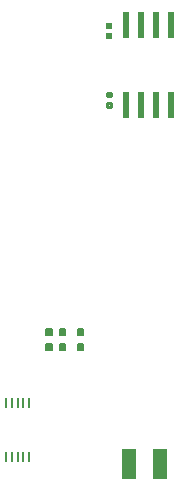
<source format=gbr>
G04 EAGLE Gerber RS-274X export*
G75*
%MOMM*%
%FSLAX34Y34*%
%LPD*%
%INSolderpaste Bottom*%
%IPPOS*%
%AMOC8*
5,1,8,0,0,1.08239X$1,22.5*%
G01*
%ADD10R,1.270000X2.540000*%
%ADD11R,0.600000X0.540000*%
%ADD12C,0.270000*%
%ADD13R,0.609600X2.286000*%
%ADD14R,0.250000X0.875000*%
%ADD15C,0.158750*%


D10*
X114300Y13970D03*
X140970Y13970D03*
D11*
X97790Y385320D03*
X97790Y376680D03*
D12*
X99440Y319610D02*
X99440Y316910D01*
X96140Y316910D01*
X96140Y319610D01*
X99440Y319610D01*
X99440Y319475D02*
X96140Y319475D01*
X99440Y325550D02*
X99440Y328250D01*
X99440Y325550D02*
X96140Y325550D01*
X96140Y328250D01*
X99440Y328250D01*
X99440Y328115D02*
X96140Y328115D01*
D13*
X111760Y385572D03*
X111760Y318008D03*
X124460Y385572D03*
X137160Y385572D03*
X124460Y318008D03*
X137160Y318008D03*
X149860Y385572D03*
X149860Y318008D03*
D14*
X30320Y20555D03*
X25320Y20555D03*
X20320Y20555D03*
X15320Y20555D03*
X10320Y20555D03*
X10320Y65805D03*
X15320Y65805D03*
X20320Y65805D03*
X25320Y65805D03*
X30320Y65805D03*
D15*
X49371Y110649D02*
X49371Y115411D01*
X49371Y110649D02*
X44609Y110649D01*
X44609Y115411D01*
X49371Y115411D01*
X49371Y112158D02*
X44609Y112158D01*
X44609Y113667D02*
X49371Y113667D01*
X49371Y115176D02*
X44609Y115176D01*
X49371Y123349D02*
X49371Y128111D01*
X49371Y123349D02*
X44609Y123349D01*
X44609Y128111D01*
X49371Y128111D01*
X49371Y124858D02*
X44609Y124858D01*
X44609Y126367D02*
X49371Y126367D01*
X49371Y127876D02*
X44609Y127876D01*
X60801Y115411D02*
X60801Y110649D01*
X56039Y110649D01*
X56039Y115411D01*
X60801Y115411D01*
X60801Y112158D02*
X56039Y112158D01*
X56039Y113667D02*
X60801Y113667D01*
X60801Y115176D02*
X56039Y115176D01*
X60801Y123349D02*
X60801Y128111D01*
X60801Y123349D02*
X56039Y123349D01*
X56039Y128111D01*
X60801Y128111D01*
X60801Y124858D02*
X56039Y124858D01*
X56039Y126367D02*
X60801Y126367D01*
X60801Y127876D02*
X56039Y127876D01*
X76041Y115411D02*
X76041Y110649D01*
X71279Y110649D01*
X71279Y115411D01*
X76041Y115411D01*
X76041Y112158D02*
X71279Y112158D01*
X71279Y113667D02*
X76041Y113667D01*
X76041Y115176D02*
X71279Y115176D01*
X76041Y123349D02*
X76041Y128111D01*
X76041Y123349D02*
X71279Y123349D01*
X71279Y128111D01*
X76041Y128111D01*
X76041Y124858D02*
X71279Y124858D01*
X71279Y126367D02*
X76041Y126367D01*
X76041Y127876D02*
X71279Y127876D01*
M02*

</source>
